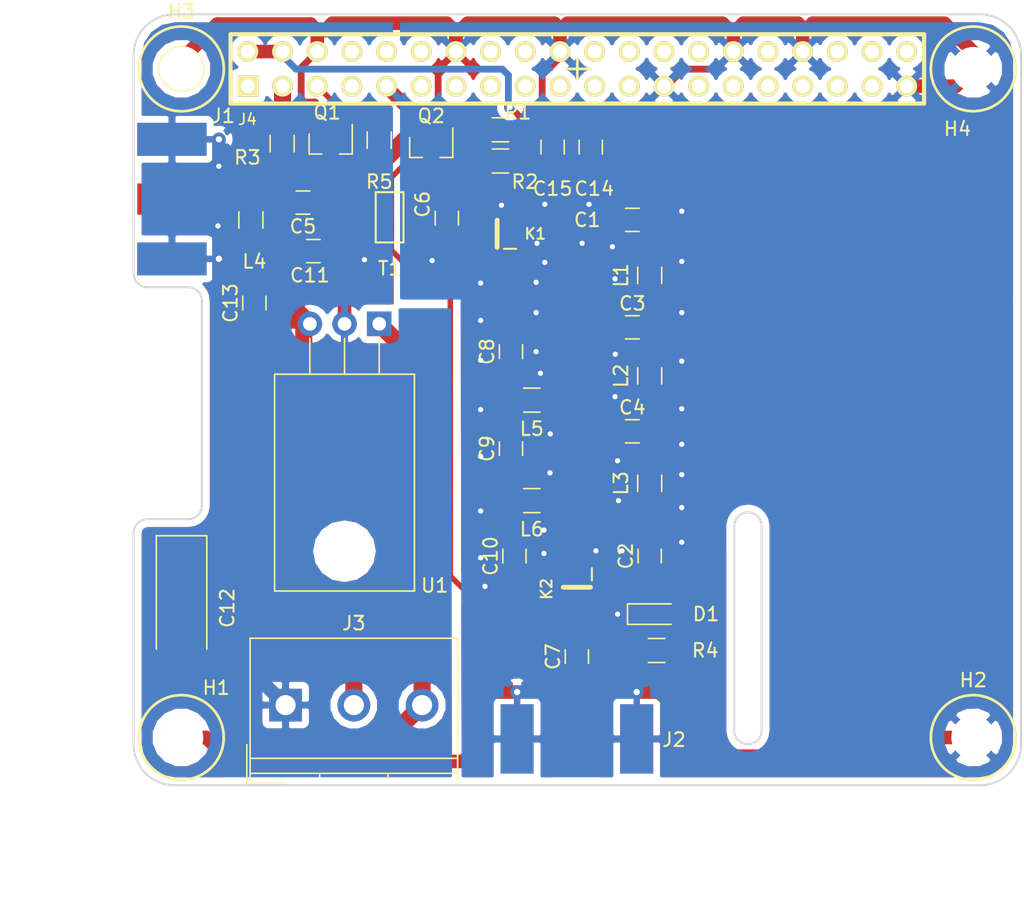
<source format=kicad_pcb>
(kicad_pcb (version 4) (host pcbnew 4.0.7-e2-6376~61~ubuntu18.04.1)
  (title_block (title "RaspberryPi Hat Board") (rev 1) (company disk91.com) (comment 1 "(c) Paul Pinault 2015") (comment 2 "(c) Disk91"))
  (layers (0 F.Cu signal) (31 B.Cu signal) (34 B.Paste user) (35 F.Paste user) (36 B.SilkS user) (37 F.SilkS user) (38 B.Mask user) (39 F.Mask user) (44 Edge.Cuts user))
  (net 0 "")
  (net 1 GND)
  (net 2 "Net-(C1-Pad1)")
  (net 3 "Net-(C1-Pad2)")
  (net 4 "Net-(C2-Pad1)")
  (net 5 "Net-(C2-Pad2)")
  (net 6 "Net-(C3-Pad2)")
  (net 7 "Net-(C4-Pad2)")
  (net 8 "Net-(C5-Pad1)")
  (net 9 "Net-(C5-Pad2)")
  (net 10 "Net-(C6-Pad1)")
  (net 11 "Net-(C6-Pad2)")
  (net 12 "Net-(C7-Pad1)")
  (net 13 "Net-(C7-Pad2)")
  (net 14 "Net-(C8-Pad1)")
  (net 15 "Net-(C8-Pad2)")
  (net 16 "Net-(C10-Pad2)")
  (net 17 "Net-(C10-Pad1)")
  (net 18 "Net-(C11-Pad1)")
  (net 19 GNDA)
  (net 20 "Net-(C12-Pad1)")
  (net 21 +5V)
  (net 22 "Net-(D1-Pad2)")
  (net 23 "Net-(K1-Pad4)")
  (net 24 "Net-(K1-Pad6)")
  (net 25 "Net-(Q1-Pad2)")
  (net 26 "Net-(Q2-Pad2)")
  (net 27 "Net-(J4-Pad3)")
  (net 28 "Net-(J4-Pad5)")
  (module Connectors_Molex:Molex_SMA_Jack_Edge_Mount (layer F.Cu) (at 33.528 34.544)
    (fp_text reference J1 (at 2.032 -6.096) (layer F.SilkS))
    (fp_text value Conn_Coaxial)
    (pad 1 smd rect (at -1.72 0) (size 5.08 2.29) (layers F.Cu F.Paste F.Mask) (net 9 "Net-(C5-Pad2)"))
    (pad 2 smd rect (at -1.72 -4.38) (size 5.08 2.42) (layers F.Cu F.Paste F.Mask) (net 19 GNDA))
    (pad 2 smd rect (at -1.72 4.38) (size 5.08 2.42) (layers F.Cu F.Paste F.Mask) (net 19 GNDA))
    (pad 2 smd rect (at -1.72 -4.38) (size 5.08 2.42) (layers B.Cu B.Paste B.Mask) (net 19 GNDA))
    (pad 2 smd rect (at -1.72 4.38) (size 5.08 2.42) (layers B.Cu B.Paste B.Mask) (net 19 GNDA))
    (pad 2 thru_hole circle (at 1.72 -4.38) (size 0.97 0.97) (drill 0.46) (layers *.Cu) (net 19 GNDA))
    (pad 2 thru_hole circle (at 1.72 4.38) (size 0.97 0.97) (drill 0.46) (layers *.Cu) (net 19 GNDA))
    (pad 2 smd rect (at 1.27 -4.38) (size 0.89 0.46) (layers F.Cu) (net 19 GNDA))
    (pad 2 smd rect (at 1.27 4.38) (size 0.89 0.46) (layers F.Cu) (net 19 GNDA))
    (pad 2 smd rect (at 1.27 -4.38) (size 0.89 0.46) (layers B.Cu) (net 19 GNDA))
    (pad 2 smd rect (at 1.27 4.38) (size 0.89 0.46) (layers B.Cu) (net 19 GNDA))
  )
  (module PIN_ARRAY_20X2 (layer F.Cu) (at 61.5 25)
    (fp_text reference J4 (at -24.162 3.702) (layer F.SilkS) (effects (font (size 0.8 0.8) (thickness 0.127))))
    (fp_text value Raspberry_Pi_2_3 hide)
    (pad 1 thru_hole rect (at -24.13 1.27) (size 1.524 1.524) (drill 1.016) (layers *.Cu *.Mask F.SilkS))
    (pad 2 thru_hole circle (at -24.13 -1.27) (size 1.524 1.524) (drill 1.016) (layers *.Cu *.Mask F.SilkS) (net 21 +5V))
    (pad 11 thru_hole circle (at -11.43 1.27) (size 1.524 1.524) (drill 1.016) (layers *.Cu *.Mask F.SilkS))
    (pad 4 thru_hole circle (at -21.59 -1.27) (size 1.524 1.524) (drill 1.016) (layers *.Cu *.Mask F.SilkS) (net 21 +5V))
    (pad 13 thru_hole circle (at -8.89 1.27) (size 1.524 1.524) (drill 1.016) (layers *.Cu *.Mask F.SilkS))
    (pad 6 thru_hole circle (at -19.05 -1.27) (size 1.524 1.524) (drill 1.016) (layers *.Cu *.Mask F.SilkS) (net 1 GND))
    (pad 15 thru_hole circle (at -6.35 1.27) (size 1.524 1.524) (drill 1.016) (layers *.Cu *.Mask F.SilkS))
    (pad 8 thru_hole circle (at -16.51 -1.27) (size 1.524 1.524) (drill 1.016) (layers *.Cu *.Mask F.SilkS))
    (pad 17 thru_hole circle (at -3.81 1.27) (size 1.524 1.524) (drill 1.016) (layers *.Cu *.Mask F.SilkS))
    (pad 10 thru_hole circle (at -13.97 -1.27) (size 1.524 1.524) (drill 1.016) (layers *.Cu *.Mask F.SilkS))
    (pad 19 thru_hole circle (at -1.27 1.27) (size 1.524 1.524) (drill 1.016) (layers *.Cu *.Mask F.SilkS))
    (pad 12 thru_hole circle (at -11.43 -1.27) (size 1.524 1.524) (drill 1.016) (layers *.Cu *.Mask F.SilkS))
    (pad 21 thru_hole circle (at 1.27 1.27) (size 1.524 1.524) (drill 1.016) (layers *.Cu *.Mask F.SilkS))
    (pad 14 thru_hole circle (at -8.89 -1.27) (size 1.524 1.524) (drill 1.016) (layers *.Cu *.Mask F.SilkS) (net 1 GND))
    (pad 23 thru_hole circle (at 3.81 1.27) (size 1.524 1.524) (drill 1.016) (layers *.Cu *.Mask F.SilkS))
    (pad 16 thru_hole circle (at -6.35 -1.27) (size 1.524 1.524) (drill 1.016) (layers *.Cu *.Mask F.SilkS))
    (pad 25 thru_hole circle (at 6.35 1.27) (size 1.524 1.524) (drill 1.016) (layers *.Cu *.Mask F.SilkS) (net 1 GND))
    (pad 18 thru_hole circle (at -3.81 -1.27) (size 1.524 1.524) (drill 1.016) (layers *.Cu *.Mask F.SilkS))
    (pad 27 thru_hole circle (at 8.89 1.27) (size 1.524 1.524) (drill 1.016) (layers *.Cu *.Mask F.SilkS))
    (pad 20 thru_hole circle (at -1.27 -1.27) (size 1.524 1.524) (drill 1.016) (layers *.Cu *.Mask F.SilkS) (net 1 GND))
    (pad 29 thru_hole circle (at 11.43 1.27) (size 1.524 1.524) (drill 1.016) (layers *.Cu *.Mask F.SilkS))
    (pad 22 thru_hole circle (at 1.27 -1.27) (size 1.524 1.524) (drill 1.016) (layers *.Cu *.Mask F.SilkS))
    (pad 31 thru_hole circle (at 13.97 1.27) (size 1.524 1.524) (drill 1.016) (layers *.Cu *.Mask F.SilkS))
    (pad 24 thru_hole circle (at 3.81 -1.27) (size 1.524 1.524) (drill 1.016) (layers *.Cu *.Mask F.SilkS))
    (pad 26 thru_hole circle (at 6.35 -1.27) (size 1.524 1.524) (drill 1.016) (layers *.Cu *.Mask F.SilkS))
    (pad 33 thru_hole circle (at 16.51 1.27) (size 1.524 1.524) (drill 1.016) (layers *.Cu *.Mask F.SilkS))
    (pad 28 thru_hole circle (at 8.89 -1.27) (size 1.524 1.524) (drill 1.016) (layers *.Cu *.Mask F.SilkS))
    (pad 32 thru_hole circle (at 13.97 -1.27) (size 1.524 1.524) (drill 1.016) (layers *.Cu *.Mask F.SilkS))
    (pad 34 thru_hole circle (at 16.51 -1.27) (size 1.524 1.524) (drill 1.016) (layers *.Cu *.Mask F.SilkS) (net 1 GND))
    (pad 36 thru_hole circle (at 19.05 -1.27) (size 1.524 1.524) (drill 1.016) (layers *.Cu *.Mask F.SilkS))
    (pad 38 thru_hole circle (at 21.59 -1.27) (size 1.524 1.524) (drill 1.016) (layers *.Cu *.Mask F.SilkS))
    (pad 35 thru_hole circle (at 19.05 1.27) (size 1.524 1.524) (drill 1.016) (layers *.Cu *.Mask F.SilkS))
    (pad 37 thru_hole circle (at 21.59 1.27) (size 1.524 1.524) (drill 1.016) (layers *.Cu *.Mask F.SilkS))
    (pad 3 thru_hole circle (at -21.59 1.27) (size 1.524 1.524) (drill 1.016) (layers *.Cu *.Mask F.SilkS) (net 27 "Net-(J4-Pad3)"))
    (pad 5 thru_hole circle (at -19.05 1.27) (size 1.524 1.524) (drill 1.016) (layers *.Cu *.Mask F.SilkS) (net 28 "Net-(J4-Pad5)"))
    (pad 7 thru_hole circle (at -16.51 1.27) (size 1.524 1.524) (drill 1.016) (layers *.Cu *.Mask F.SilkS))
    (pad 9 thru_hole circle (at -13.97 1.27) (size 1.524 1.524) (drill 1.016) (layers *.Cu *.Mask F.SilkS) (net 1 GND))
    (pad 39 thru_hole circle (at 24.13 1.27) (size 1.524 1.524) (drill 1.016) (layers *.Cu *.Mask F.SilkS) (net 1 GND))
    (pad 40 thru_hole circle (at 24.13 -1.27) (size 1.524 1.524) (drill 1.016) (layers *.Cu *.Mask F.SilkS))
    (pad 30 thru_hole circle (at 11.43 -1.27) (size 1.524 1.524) (drill 1.016) (layers *.Cu *.Mask F.SilkS) (net 1 GND))
  )
  (module Capacitors_SMD:C_0805_HandSoldering (layer F.Cu) (at 65.532 36.068 180)
    (fp_text reference C1 (at 3.302 0 180) (layer F.SilkS))
    (fp_text value 100nF)
    (pad 1 smd rect (at -1.25 0 180) (size 1.5 1.25) (layers F.Cu F.Paste F.Mask) (net 2 "Net-(C1-Pad1)"))
    (pad 2 smd rect (at 1.25 0 180) (size 1.5 1.25) (layers F.Cu F.Paste F.Mask) (net 3 "Net-(C1-Pad2)"))
  )
  (module Capacitors_SMD:C_0805_HandSoldering (layer F.Cu) (at 66.802 60.706 90)
    (fp_text reference C2 (at 0 -1.75 90) (layer F.SilkS))
    (fp_text value 100nF)
    (pad 1 smd rect (at -1.25 0 90) (size 1.5 1.25) (layers F.Cu F.Paste F.Mask) (net 4 "Net-(C2-Pad1)"))
    (pad 2 smd rect (at 1.25 0 90) (size 1.5 1.25) (layers F.Cu F.Paste F.Mask) (net 5 "Net-(C2-Pad2)"))
  )
  (module Capacitors_SMD:C_0805_HandSoldering (layer F.Cu) (at 65.532 43.942)
    (fp_text reference C3 (at 0 -1.75) (layer F.SilkS))
    (fp_text value 360pF)
    (pad 1 smd rect (at -1.25 0) (size 1.5 1.25) (layers F.Cu F.Paste F.Mask) (net 1 GND))
    (pad 2 smd rect (at 1.25 0) (size 1.5 1.25) (layers F.Cu F.Paste F.Mask) (net 6 "Net-(C3-Pad2)"))
  )
  (module Capacitors_SMD:C_0805_HandSoldering (layer F.Cu) (at 65.532 51.562)
    (fp_text reference C4 (at 0 -1.75) (layer F.SilkS))
    (fp_text value 360pF)
    (pad 1 smd rect (at -1.25 0) (size 1.5 1.25) (layers F.Cu F.Paste F.Mask) (net 1 GND))
    (pad 2 smd rect (at 1.25 0) (size 1.5 1.25) (layers F.Cu F.Paste F.Mask) (net 7 "Net-(C4-Pad2)"))
  )
  (module Capacitors_SMD:C_0805_HandSoldering (layer F.Cu) (at 41.402 34.798 180)
    (fp_text reference C5 (at 0 -1.75 180) (layer F.SilkS))
    (fp_text value 100nF)
    (pad 1 smd rect (at -1.25 0 180) (size 1.5 1.25) (layers F.Cu F.Paste F.Mask) (net 8 "Net-(C5-Pad1)"))
    (pad 2 smd rect (at 1.25 0 180) (size 1.5 1.25) (layers F.Cu F.Paste F.Mask) (net 9 "Net-(C5-Pad2)"))
  )
  (module Capacitors_SMD:C_0805_HandSoldering (layer F.Cu) (at 51.943 35.941 90)
    (fp_text reference C6 (at 1.016 -1.778 90) (layer F.SilkS))
    (fp_text value 100nF)
    (pad 1 smd rect (at -1.25 0 90) (size 1.5 1.25) (layers F.Cu F.Paste F.Mask) (net 10 "Net-(C6-Pad1)"))
    (pad 2 smd rect (at 1.25 0 90) (size 1.5 1.25) (layers F.Cu F.Paste F.Mask) (net 11 "Net-(C6-Pad2)"))
  )
  (module Capacitors_SMD:C_0805_HandSoldering (layer F.Cu) (at 61.468 68.072 90)
    (fp_text reference C7 (at 0 -1.75 90) (layer F.SilkS))
    (fp_text value 100nF)
    (pad 1 smd rect (at -1.25 0 90) (size 1.5 1.25) (layers F.Cu F.Paste F.Mask) (net 12 "Net-(C7-Pad1)"))
    (pad 2 smd rect (at 1.25 0 90) (size 1.5 1.25) (layers F.Cu F.Paste F.Mask) (net 13 "Net-(C7-Pad2)"))
  )
  (module Capacitors_SMD:C_0805_HandSoldering (layer F.Cu) (at 56.642 45.72 90)
    (fp_text reference C8 (at 0 -1.75 90) (layer F.SilkS))
    (fp_text value 390pF)
    (pad 1 smd rect (at -1.25 0 90) (size 1.5 1.25) (layers F.Cu F.Paste F.Mask) (net 14 "Net-(C8-Pad1)"))
    (pad 2 smd rect (at 1.25 0 90) (size 1.5 1.25) (layers F.Cu F.Paste F.Mask) (net 15 "Net-(C8-Pad2)"))
  )
  (module Capacitors_SMD:C_0805_HandSoldering (layer F.Cu) (at 56.642 52.832 90)
    (fp_text reference C9 (at 0 -1.75 90) (layer F.SilkS))
    (fp_text value 120pF)
    (pad 1 smd rect (at -1.25 0 90) (size 1.5 1.25) (layers F.Cu F.Paste F.Mask) (net 16 "Net-(C10-Pad2)"))
    (pad 2 smd rect (at 1.25 0 90) (size 1.5 1.25) (layers F.Cu F.Paste F.Mask) (net 14 "Net-(C8-Pad1)"))
  )
  (module Capacitors_SMD:C_0805_HandSoldering (layer F.Cu) (at 56.896 60.706 90)
    (fp_text reference C10 (at 0 -1.75 90) (layer F.SilkS))
    (fp_text value 390pF)
    (pad 1 smd rect (at -1.25 0 90) (size 1.5 1.25) (layers F.Cu F.Paste F.Mask) (net 17 "Net-(C10-Pad1)"))
    (pad 2 smd rect (at 1.25 0 90) (size 1.5 1.25) (layers F.Cu F.Paste F.Mask) (net 16 "Net-(C10-Pad2)"))
  )
  (module Capacitors_SMD:C_0805_HandSoldering (layer F.Cu) (at 42.164 38.354)
    (fp_text reference C11 (at -0.254 1.778) (layer F.SilkS))
    (fp_text value 100nF)
    (pad 1 smd rect (at -1.25 0) (size 1.5 1.25) (layers F.Cu F.Paste F.Mask) (net 18 "Net-(C11-Pad1)"))
    (pad 2 smd rect (at 1.25 0) (size 1.5 1.25) (layers F.Cu F.Paste F.Mask) (net 19 GNDA))
  )
  (module Capacitors_Tantalum_SMD:CP_Tantalum_Case-C_EIA-6032-28_Hand (layer F.Cu) (at 32.512 64.516 270)
    (fp_text reference C12 (at 0 -3.35 270) (layer F.SilkS))
    (fp_text value "47uF 16V")
    (pad 1 smd rect (at -3.125 0 270) (size 3.75 2.5) (layers F.Cu F.Paste F.Mask) (net 20 "Net-(C12-Pad1)"))
    (pad 2 smd rect (at 3.125 0 270) (size 3.75 2.5) (layers F.Cu F.Paste F.Mask) (net 19 GNDA))
  )
  (module Capacitors_SMD:C_0805_HandSoldering (layer F.Cu) (at 37.846 42.164 90)
    (fp_text reference C13 (at 0 -1.75 90) (layer F.SilkS))
    (fp_text value "4.7uF 16V")
    (pad 1 smd rect (at -1.25 0 90) (size 1.5 1.25) (layers F.Cu F.Paste F.Mask) (net 18 "Net-(C11-Pad1)"))
    (pad 2 smd rect (at 1.25 0 90) (size 1.5 1.25) (layers F.Cu F.Paste F.Mask) (net 19 GNDA))
  )
  (module Capacitors_SMD:C_0805_HandSoldering (layer F.Cu) (at 62.484 30.734 90)
    (fp_text reference C14 (at -3.048 0.254 180) (layer F.SilkS))
    (fp_text value 100nF)
    (pad 1 smd rect (at -1.25 0 90) (size 1.5 1.25) (layers F.Cu F.Paste F.Mask) (net 21 +5V))
    (pad 2 smd rect (at 1.25 0 90) (size 1.5 1.25) (layers F.Cu F.Paste F.Mask) (net 1 GND))
  )
  (module Capacitors_SMD:C_0805_HandSoldering (layer F.Cu) (at 59.69 30.734 90)
    (fp_text reference C15 (at -3.048 0 180) (layer F.SilkS))
    (fp_text value "4.7uF 16V")
    (pad 1 smd rect (at -1.25 0 90) (size 1.5 1.25) (layers F.Cu F.Paste F.Mask) (net 21 +5V))
    (pad 2 smd rect (at 1.25 0 90) (size 1.5 1.25) (layers F.Cu F.Paste F.Mask) (net 1 GND))
  )
  (module LEDs:LED_0805_HandSoldering (layer F.Cu) (at 67.3735 64.9605)
    (fp_text reference D1 (at 3.556 0) (layer F.SilkS))
    (fp_text value LED)
    (pad 1 smd rect (at -1.35 0) (size 1.5 1.3) (layers F.Cu F.Paste F.Mask) (net 1 GND))
    (pad 2 smd rect (at 1.35 0) (size 1.5 1.3) (layers F.Cu F.Paste F.Mask) (net 22 "Net-(D1-Pad2)"))
  )
  (module Connectors_Molex:Molex_SMA_Jack_Edge_Mount (layer F.Cu) (at 61.468 72.39 90)
    (fp_text reference J2 (at -1.778 7.112 180) (layer F.SilkS))
    (fp_text value Conn_Coaxial)
    (pad 1 smd rect (at -1.72 0 90) (size 5.08 2.29) (layers F.Cu F.Paste F.Mask) (net 12 "Net-(C7-Pad1)"))
    (pad 2 smd rect (at -1.72 -4.38 90) (size 5.08 2.42) (layers F.Cu F.Paste F.Mask) (net 1 GND))
    (pad 2 smd rect (at -1.72 4.38 90) (size 5.08 2.42) (layers F.Cu F.Paste F.Mask) (net 1 GND))
    (pad 2 smd rect (at -1.72 -4.38 90) (size 5.08 2.42) (layers B.Cu B.Paste B.Mask) (net 1 GND))
    (pad 2 smd rect (at -1.72 4.38 90) (size 5.08 2.42) (layers B.Cu B.Paste B.Mask) (net 1 GND))
    (pad 2 thru_hole circle (at 1.72 -4.38 90) (size 0.97 0.97) (drill 0.46) (layers *.Cu) (net 1 GND))
    (pad 2 thru_hole circle (at 1.72 4.38 90) (size 0.97 0.97) (drill 0.46) (layers *.Cu) (net 1 GND))
    (pad 2 smd rect (at 1.27 -4.38 90) (size 0.89 0.46) (layers F.Cu) (net 1 GND))
    (pad 2 smd rect (at 1.27 4.38 90) (size 0.89 0.46) (layers F.Cu) (net 1 GND))
    (pad 2 smd rect (at 1.27 -4.38 90) (size 0.89 0.46) (layers B.Cu) (net 1 GND))
    (pad 2 smd rect (at 1.27 4.38 90) (size 0.89 0.46) (layers B.Cu) (net 1 GND))
  )
  (module Connectors_Terminal_Blocks:TerminalBlock_Philmore_TB133_03x5mm_Straight (layer F.Cu) (at 40.132 71.628)
    (fp_text reference J3 (at 5 -6) (layer F.SilkS))
    (fp_text value Conn_01x03)
    (pad 1 thru_hole rect (at 0 0) (size 2.4 2.4) (drill 1.47) (layers *.Cu *.Mask) (net 19 GNDA))
    (pad 2 thru_hole circle (at 5 0) (size 2.4 2.4) (drill 1.47) (layers *.Cu *.Mask) (net 18 "Net-(C11-Pad1)"))
    (pad 3 thru_hole circle (at 10 0) (size 2.4 2.4) (drill 1.47) (layers *.Cu *.Mask) (net 20 "Net-(C12-Pad1)"))
  )
  (module rf_noise_antenna:SC-70-6 (layer F.Cu) (at 55.626 37.084 180)
    (fp_text reference K1 (at -2.794 0 180) (layer F.SilkS) (effects (font (size 0.8 0.8))))
    (fp_text value MASWSS0115)
    (pad 5 smd rect (at 0.95 0) (size 0.75 0.4) (layers F.Cu F.Paste F.Mask) (net 10 "Net-(C6-Pad1)"))
    (pad 1 smd rect (at -0.95 -0.65) (size 0.75 0.4) (layers F.Cu F.Paste F.Mask) (net 15 "Net-(C8-Pad2)"))
    (pad 3 smd rect (at -0.95 0.65) (size 0.75 0.4) (layers F.Cu F.Paste F.Mask) (net 3 "Net-(C1-Pad2)"))
    (pad 2 smd rect (at -0.95 0) (size 0.75 0.4) (layers F.Cu F.Paste F.Mask) (net 1 GND))
    (pad 4 smd rect (at 0.95 0.65) (size 0.75 0.4) (layers F.Cu F.Paste F.Mask) (net 23 "Net-(K1-Pad4)"))
    (pad 6 smd rect (at 0.95 -0.65) (size 0.75 0.4) (layers F.Cu F.Paste F.Mask) (net 24 "Net-(K1-Pad6)"))
  )
  (module rf_noise_antenna:SC-70-6 (layer F.Cu) (at 61.468 62.992 270)
    (fp_text reference K2 (at 0.127 2.2225 270) (layer F.SilkS) (effects (font (size 0.8 0.8))))
    (fp_text value MASWSS0115)
    (pad 5 smd rect (at 0.95 0 90) (size 0.75 0.4) (layers F.Cu F.Paste F.Mask) (net 13 "Net-(C7-Pad2)"))
    (pad 1 smd rect (at -0.95 -0.65 90) (size 0.75 0.4) (layers F.Cu F.Paste F.Mask) (net 4 "Net-(C2-Pad1)"))
    (pad 3 smd rect (at -0.95 0.65 90) (size 0.75 0.4) (layers F.Cu F.Paste F.Mask) (net 17 "Net-(C10-Pad1)"))
    (pad 2 smd rect (at -0.95 0 90) (size 0.75 0.4) (layers F.Cu F.Paste F.Mask) (net 1 GND))
    (pad 4 smd rect (at 0.95 0.65 90) (size 0.75 0.4) (layers F.Cu F.Paste F.Mask) (net 24 "Net-(K1-Pad6)"))
    (pad 6 smd rect (at 0.95 -0.65 90) (size 0.75 0.4) (layers F.Cu F.Paste F.Mask) (net 23 "Net-(K1-Pad4)"))
  )
  (module Inductors_SMD:L_0805_HandSoldering (layer F.Cu) (at 66.802 40.132 90)
    (fp_text reference L1 (at 0 -2.1 90) (layer F.SilkS))
    (fp_text value 330nH)
    (pad 1 smd rect (at -1.35 0 90) (size 1.5 1.3) (layers F.Cu F.Paste F.Mask) (net 6 "Net-(C3-Pad2)"))
    (pad 2 smd rect (at 1.35 0 90) (size 1.5 1.3) (layers F.Cu F.Paste F.Mask) (net 2 "Net-(C1-Pad1)"))
  )
  (module Inductors_SMD:L_0805_HandSoldering (layer F.Cu) (at 66.802 47.498 90)
    (fp_text reference L2 (at 0 -2.1 90) (layer F.SilkS))
    (fp_text value 1.1uH)
    (pad 1 smd rect (at -1.35 0 90) (size 1.5 1.3) (layers F.Cu F.Paste F.Mask) (net 7 "Net-(C4-Pad2)"))
    (pad 2 smd rect (at 1.35 0 90) (size 1.5 1.3) (layers F.Cu F.Paste F.Mask) (net 6 "Net-(C3-Pad2)"))
  )
  (module Inductors_SMD:L_0805_HandSoldering (layer F.Cu) (at 66.802 55.372 90)
    (fp_text reference L3 (at 0 -2.1 90) (layer F.SilkS))
    (fp_text value 330nH)
    (pad 1 smd rect (at -1.35 0 90) (size 1.5 1.3) (layers F.Cu F.Paste F.Mask) (net 5 "Net-(C2-Pad2)"))
    (pad 2 smd rect (at 1.35 0 90) (size 1.5 1.3) (layers F.Cu F.Paste F.Mask) (net 7 "Net-(C4-Pad2)"))
  )
  (module Inductors_SMD:L_0805_HandSoldering (layer F.Cu) (at 37.592 36.068 270)
    (fp_text reference L4 (at 3.048 -0.254 360) (layer F.SilkS))
    (fp_text value 1mH)
    (pad 1 smd rect (at -1.35 0 270) (size 1.5 1.3) (layers F.Cu F.Paste F.Mask) (net 9 "Net-(C5-Pad2)"))
    (pad 2 smd rect (at 1.35 0 270) (size 1.5 1.3) (layers F.Cu F.Paste F.Mask) (net 18 "Net-(C11-Pad1)"))
  )
  (module Inductors_SMD:L_0805_HandSoldering (layer F.Cu) (at 58.166 49.276 180)
    (fp_text reference L5 (at 0 -2.1 180) (layer F.SilkS))
    (fp_text value 360nH)
    (pad 1 smd rect (at -1.35 0 180) (size 1.5 1.3) (layers F.Cu F.Paste F.Mask) (net 1 GND))
    (pad 2 smd rect (at 1.35 0 180) (size 1.5 1.3) (layers F.Cu F.Paste F.Mask) (net 14 "Net-(C8-Pad1)"))
  )
  (module Inductors_SMD:L_0805_HandSoldering (layer F.Cu) (at 58.166 56.642 180)
    (fp_text reference L6 (at 0 -2.1 180) (layer F.SilkS))
    (fp_text value 360nH)
    (pad 1 smd rect (at -1.35 0 180) (size 1.5 1.3) (layers F.Cu F.Paste F.Mask) (net 1 GND))
    (pad 2 smd rect (at 1.35 0 180) (size 1.5 1.3) (layers F.Cu F.Paste F.Mask) (net 16 "Net-(C10-Pad2)"))
  )
  (module Resistors_SMD:R_0805_HandSoldering (layer F.Cu) (at 55.88 29.464)
    (fp_text reference R1 (at 1.27 -1.27) (layer F.SilkS))
    (fp_text value 250)
    (pad 1 smd rect (at -1.35 0) (size 1.5 1.3) (layers F.Cu F.Paste F.Mask) (net 24 "Net-(K1-Pad6)"))
    (pad 2 smd rect (at 1.35 0) (size 1.5 1.3) (layers F.Cu F.Paste F.Mask) (net 21 +5V))
  )
  (module Resistors_SMD:R_0805_HandSoldering (layer F.Cu) (at 55.88 31.75)
    (fp_text reference R2 (at 1.778 1.524) (layer F.SilkS))
    (fp_text value 250)
    (pad 1 smd rect (at -1.35 0) (size 1.5 1.3) (layers F.Cu F.Paste F.Mask) (net 23 "Net-(K1-Pad4)"))
    (pad 2 smd rect (at 1.35 0) (size 1.5 1.3) (layers F.Cu F.Paste F.Mask) (net 21 +5V))
  )
  (module Resistors_SMD:R_0805_HandSoldering (layer F.Cu) (at 39.878 30.48 270)
    (fp_text reference R3 (at 1.016 2.54 360) (layer F.SilkS))
    (fp_text value 1k2)
    (pad 1 smd rect (at -1.35 0 270) (size 1.5 1.3) (layers F.Cu F.Paste F.Mask) (net 27 "Net-(J4-Pad3)"))
    (pad 2 smd rect (at 1.35 0 270) (size 1.5 1.3) (layers F.Cu F.Paste F.Mask) (net 25 "Net-(Q1-Pad2)"))
  )
  (module Resistors_SMD:R_0805_HandSoldering (layer F.Cu) (at 67.31 67.6275 180)
    (fp_text reference R4 (at -3.556 0 180) (layer F.SilkS))
    (fp_text value 250)
    (pad 1 smd rect (at -1.35 0 180) (size 1.5 1.3) (layers F.Cu F.Paste F.Mask) (net 22 "Net-(D1-Pad2)"))
    (pad 2 smd rect (at 1.35 0 180) (size 1.5 1.3) (layers F.Cu F.Paste F.Mask) (net 23 "Net-(K1-Pad4)"))
  )
  (module Resistors_SMD:R_0805_HandSoldering (layer F.Cu) (at 46.99 30.226 90)
    (fp_text reference R5 (at -3.048 0 180) (layer F.SilkS))
    (fp_text value 1k2)
    (pad 1 smd rect (at -1.35 0 90) (size 1.5 1.3) (layers F.Cu F.Paste F.Mask) (net 26 "Net-(Q2-Pad2)"))
    (pad 2 smd rect (at 1.35 0 90) (size 1.5 1.3) (layers F.Cu F.Paste F.Mask) (net 28 "Net-(J4-Pad5)"))
  )
  (module rf_noise_antenna:SM22 (layer F.Cu) (at 47.752 35.814)
    (fp_text reference T1 (at 0 3.81) (layer F.SilkS))
    (fp_text value MABA-009180-500MHz_1P_1S)
    (pad 1 smd rect (at -1.778 -1.27) (size 1.4 0.76) (layers F.Cu F.Paste F.Mask) (net 8 "Net-(C5-Pad1)"))
    (pad 2 smd rect (at -1.778 0) (size 1.4 0.76) (layers F.Cu F.Paste F.Mask))
    (pad 3 smd rect (at -1.778 1.27) (size 1.4 0.76) (layers F.Cu F.Paste F.Mask) (net 19 GNDA))
    (pad 4 smd rect (at 1.778 1.27) (size 1.4 0.76) (layers F.Cu F.Paste F.Mask) (net 1 GND))
    (pad 5 smd rect (at 1.778 -1.27) (size 1.4 0.76) (layers F.Cu F.Paste F.Mask) (net 11 "Net-(C6-Pad2)"))
  )
  (module Mounting_Holes:MountingHole_3.2mm_M3 (layer F.Cu) (at 32.5 74)
    (fp_text reference H1 (at 2.552 -3.642) (layer F.SilkS))
    (fp_text value Conn_01x01)
    (pad 1 np_thru_hole circle (at 0 0) (size 3.2 3.2) (drill 3.2) (layers *.Cu *.Mask) (net 1 GND))
  )
  (module Mounting_Holes:MountingHole_3.2mm_M3 (layer F.Cu) (at 90.5 74)
    (fp_text reference H2 (at 0 -4.2) (layer F.SilkS))
    (fp_text value Conn_01x01)
    (pad 1 np_thru_hole circle (at 0 0) (size 3.2 3.2) (drill 3.2) (layers *.Cu *.Mask) (net 1 GND))
  )
  (module Mounting_Holes:MountingHole_3.2mm_M3 (layer F.Cu) (at 32.5 25)
    (fp_text reference H3 (at 0 -4.2) (layer F.SilkS))
    (fp_text value Conn_01x01)
    (pad 1 np_thru_hole circle (at 0 0) (size 3.2 3.2) (drill 3.2) (layers *.Cu *.Mask) (net 1 GND))
  )
  (module Mounting_Holes:MountingHole_3.2mm_M3 (layer F.Cu) (at 90.5 25)
    (fp_text reference H4 (at -1.1555 4.4005) (layer F.SilkS))
    (fp_text value Conn_01x01)
    (pad 1 np_thru_hole circle (at 0 0) (size 3.2 3.2) (drill 3.2) (layers *.Cu *.Mask) (net 1 GND))
  )
  (module TO_SOT_Packages_SMD:SOT-23 (layer F.Cu) (at 43.434 30.48 270)
    (fp_text reference Q1 (at -2.286 0.254 360) (layer F.SilkS))
    (fp_text value BC817)
    (pad 1 smd rect (at -1 -0.95 270) (size 0.9 0.8) (layers F.Cu F.Paste F.Mask) (net 1 GND))
    (pad 2 smd rect (at -1 0.95 270) (size 0.9 0.8) (layers F.Cu F.Paste F.Mask) (net 25 "Net-(Q1-Pad2)"))
    (pad 3 smd rect (at 1 0 270) (size 0.9 0.8) (layers F.Cu F.Paste F.Mask) (net 24 "Net-(K1-Pad6)"))
  )
  (module TO_SOT_Packages_SMD:SOT-23 (layer F.Cu) (at 50.8 30.734 270)
    (fp_text reference Q2 (at -2.286 0 360) (layer F.SilkS))
    (fp_text value BC817)
    (pad 1 smd rect (at -1 -0.95 270) (size 0.9 0.8) (layers F.Cu F.Paste F.Mask) (net 1 GND))
    (pad 2 smd rect (at -1 0.95 270) (size 0.9 0.8) (layers F.Cu F.Paste F.Mask) (net 26 "Net-(Q2-Pad2)"))
    (pad 3 smd rect (at 1 0 270) (size 0.9 0.8) (layers F.Cu F.Paste F.Mask) (net 23 "Net-(K1-Pad4)"))
  )
  (module TO_SOT_Packages_THT:TO-220_Horizontal (layer F.Cu) (at 46.99 43.688 180)
    (fp_text reference U1 (at -4.064 -19.177 180) (layer F.SilkS))
    (fp_text value L7809)
    (pad 0 np_thru_hole oval (at 2.54 -16.66 180) (size 3.5 3.5) (drill 3.5) (layers *.Cu *.Mask))
    (pad 1 thru_hole rect (at 0 0 180) (size 1.8 1.8) (drill 1) (layers *.Cu *.Mask) (net 20 "Net-(C12-Pad1)"))
    (pad 2 thru_hole oval (at 2.54 0 180) (size 1.8 1.8) (drill 1) (layers *.Cu *.Mask) (net 19 GNDA))
    (pad 3 thru_hole oval (at 5.08 0 180) (size 1.8 1.8) (drill 1) (layers *.Cu *.Mask) (net 18 "Net-(C11-Pad1)"))
  )
  (gr_line (start 34.5 77.5) (end 46.9 77.5) (angle 90) (layer Edge.Cuts) (width 0.15))
  (gr_line (start 34 77.5) (end 34.5 77.5) (angle 90) (layer Edge.Cuts) (width 0.15))
  (gr_line (start 47.008 77.5) (end 91.508 77.5) (angle 90) (layer Edge.Cuts) (width 0.15))
  (gr_line (start 32 77.5) (end 34 77.5) (angle 90) (layer Edge.Cuts) (width 0.15))
  (gr_circle (center 32.5 74) (end 35.6 73.9) (layer F.SilkS) (width 0.2))
  (gr_circle (center 32.5 74) (end 34 74) (layer F.SilkS) (width 0.2))
  (gr_circle (center 90.5 74) (end 93.6 74.1) (layer F.SilkS) (width 0.2))
  (gr_circle (center 90.5 74) (end 92 74) (layer F.SilkS) (width 0.2))
  (gr_circle (center 32.5 25) (end 35.6 24.8) (layer F.SilkS) (width 0.2))
  (gr_circle (center 90.5 25) (end 93.6 25.1) (layer F.SilkS) (width 0.2))
  (gr_circle (center 90.5 25) (end 92 25) (layer F.SilkS) (width 0.2))
  (gr_circle (center 32.5 25) (end 34 25.5) (layer F.SilkS) (width 0.2))
  (gr_line (start 61.5 25) (end 61.5 24.25) (angle 90) (layer F.SilkS) (width 0.2))
  (gr_line (start 61.5 25) (end 62.5 25) (angle 90) (layer F.SilkS) (width 0.2))
  (gr_line (start 61.5 25) (end 60.75 25) (angle 90) (layer F.SilkS) (width 0.2))
  (gr_line (start 61.5 24.75) (end 61.5 25.75) (angle 90) (layer F.SilkS) (width 0.2))
  (gr_arc (start 74 58.5) (end 74 57.5) (angle 90) (layer Edge.Cuts) (width 0.15))
  (gr_arc (start 74 58.5) (end 73 58.5) (angle 90) (layer Edge.Cuts) (width 0.15))
  (gr_line (start 75 73.5) (end 75 58.5) (angle 90) (layer Edge.Cuts) (width 0.15))
  (gr_arc (start 74 73.5) (end 75 73.5) (angle 90) (layer Edge.Cuts) (width 0.15))
  (gr_arc (start 74 73.5) (end 74 74.5) (angle 90) (layer Edge.Cuts) (width 0.15))
  (gr_line (start 73 73.5) (end 73 58.5) (angle 90) (layer Edge.Cuts) (width 0.15))
  (gr_line (start 29 40) (end 29 24) (angle 90) (layer Edge.Cuts) (width 0.15))
  (gr_arc (start 30 40) (end 30 41) (angle 90) (layer Edge.Cuts) (width 0.15))
  (gr_line (start 33 41) (end 30 41) (angle 90) (layer Edge.Cuts) (width 0.15))
  (gr_arc (start 33 42) (end 33 41) (angle 90) (layer Edge.Cuts) (width 0.15))
  (gr_line (start 34 57) (end 34 42) (angle 90) (layer Edge.Cuts) (width 0.15))
  (gr_arc (start 33 57) (end 34 57) (angle 90) (layer Edge.Cuts) (width 0.15))
  (gr_line (start 30 58) (end 33 58) (angle 90) (layer Edge.Cuts) (width 0.15))
  (gr_arc (start 30 59) (end 29 59) (angle 90) (layer Edge.Cuts) (width 0.15))
  (gr_line (start 29 74.5) (end 29 59) (angle 90) (layer Edge.Cuts) (width 0.15))
  (gr_arc (start 32 74.5) (end 32 77.5) (angle 90) (layer Edge.Cuts) (width 0.15))
  (gr_arc (start 91 74.5) (end 94 74.5) (angle 90) (layer Edge.Cuts) (width 0.15))
  (gr_line (start 94 24) (end 94 74.5) (angle 90) (layer Edge.Cuts) (width 0.15))
  (gr_arc (start 91 24) (end 91 21) (angle 90) (layer Edge.Cuts) (width 0.15))
  (gr_line (start 90 21) (end 91 21) (angle 90) (layer Edge.Cuts) (width 0.15))
  (gr_arc (start 32 24) (end 29 24) (angle 90) (layer Edge.Cuts) (width 0.15))
  (gr_line (start 32 21) (end 90 21) (angle 90) (layer Edge.Cuts) (width 0.15))
  (segment (start 58.166 37.084) (end 58.166 37.4015) (width 0.4) (layer F.Cu) (net 1))
  (via (at 64.262 40.386) (size 0.889) (drill 0.381) (layers F.Cu B.Cu) (net 1))
  (segment (start 64.262 38.227) (end 64.262 40.386) (width 0.4) (layer B.Cu) (net 1))
  (segment (start 64.0715 38.0365) (end 64.262 38.227) (width 0.4) (layer B.Cu) (net 1))
  (via (at 64.0715 38.0365) (size 0.889) (drill 0.381) (layers F.Cu B.Cu) (net 1))
  (segment (start 62.103 38.0365) (end 64.0715 38.0365) (width 0.4) (layer F.Cu) (net 1))
  (segment (start 61.849 37.7825) (end 62.103 38.0365) (width 0.4) (layer F.Cu) (net 1))
  (via (at 61.849 37.7825) (size 0.889) (drill 0.381) (layers F.Cu B.Cu) (net 1))
  (segment (start 58.547 37.7825) (end 61.849 37.7825) (width 0.4) (layer B.Cu) (net 1))
  (via (at 58.547 37.7825) (size 0.889) (drill 0.381) (layers F.Cu B.Cu) (net 1))
  (segment (start 58.166 37.4015) (end 58.547 37.7825) (width 0.4) (layer F.Cu) (net 1))
  (segment (start 64.262 40.386) (end 64.282 40.386) (width 0.4) (layer F.Cu) (net 1))
  (segment (start 64.282 40.386) (end 64.262 40.386) (width 0.4) (layer F.Cu) (net 1))
  (segment (start 64.262 40.386) (end 64.282 40.386) (width 0.4) (layer F.Cu) (net 1))
  (via (at 64.282 45.9105) (size 0.889) (drill 0.381) (layers F.Cu B.Cu) (net 1))
  (via (at 64.262 49.022) (size 0.889) (drill 0.381) (layers F.Cu B.Cu) (net 1))
  (segment (start 64.262 49.022) (end 64.262 45.9305) (width 0.4) (layer B.Cu) (net 1))
  (segment (start 64.262 45.9305) (end 64.282 45.9105) (width 0.4) (layer B.Cu) (net 1))
  (segment (start 64.262 49.022) (end 64.262 49.276) (width 0.4) (layer F.Cu) (net 1))
  (segment (start 64.262 49.276) (end 64.262 49.022) (width 0.4) (layer F.Cu) (net 1))
  (segment (start 64.262 49.022) (end 64.262 49.276) (width 0.4) (layer F.Cu) (net 1))
  (segment (start 64.516 56.642) (end 64.516 53.7845) (width 0.4) (layer B.Cu) (net 1))
  (via (at 64.4525 53.721) (size 0.889) (drill 0.381) (layers F.Cu B.Cu) (net 1))
  (segment (start 64.516 53.7845) (end 64.4525 53.721) (width 0.4) (layer B.Cu) (net 1))
  (segment (start 59.1185 39.1795) (end 59.1185 40.005) (width 0.4) (layer F.Cu) (net 1))
  (segment (start 64.516 60.071) (end 64.516 56.642) (width 0.4) (layer F.Cu) (net 1))
  (segment (start 64.77 60.325) (end 64.516 60.071) (width 0.4) (layer F.Cu) (net 1))
  (via (at 64.77 60.325) (size 0.889) (drill 0.381) (layers F.Cu B.Cu) (net 1))
  (segment (start 62.865 60.325) (end 64.77 60.325) (width 0.4) (layer B.Cu) (net 1))
  (via (at 62.865 60.325) (size 0.889) (drill 0.381) (layers F.Cu B.Cu) (net 1))
  (segment (start 59.2455 60.325) (end 62.865 60.325) (width 0.4) (layer F.Cu) (net 1))
  (segment (start 59.055 60.5155) (end 59.2455 60.325) (width 0.4) (layer F.Cu) (net 1))
  (via (at 59.055 60.5155) (size 0.889) (drill 0.381) (layers F.Cu B.Cu) (net 1))
  (segment (start 59.055 58.801) (end 59.055 60.5155) (width 0.4) (layer B.Cu) (net 1))
  (via (at 59.055 58.801) (size 0.889) (drill 0.381) (layers F.Cu B.Cu) (net 1))
  (segment (start 60.96 58.801) (end 59.055 58.801) (width 0.4) (layer F.Cu) (net 1))
  (segment (start 62.103 57.658) (end 60.96 58.801) (width 0.4) (layer F.Cu) (net 1))
  (segment (start 62.103 55.5625) (end 62.103 57.658) (width 0.4) (layer F.Cu) (net 1))
  (segment (start 61.2775 54.737) (end 62.103 55.5625) (width 0.4) (layer F.Cu) (net 1))
  (segment (start 59.6265 54.737) (end 61.2775 54.737) (width 0.4) (layer F.Cu) (net 1))
  (segment (start 59.4995 54.61) (end 59.6265 54.737) (width 0.4) (layer F.Cu) (net 1))
  (via (at 59.4995 54.61) (size 0.889) (drill 0.381) (layers F.Cu B.Cu) (net 1))
  (segment (start 59.4995 51.769) (end 59.4995 54.61) (width 0.4) (layer B.Cu) (net 1))
  (segment (start 59.516 51.7525) (end 59.4995 51.769) (width 0.4) (layer B.Cu) (net 1))
  (via (at 59.516 51.7525) (size 0.889) (drill 0.381) (layers F.Cu B.Cu) (net 1))
  (segment (start 60.8965 51.7525) (end 59.516 51.7525) (width 0.4) (layer F.Cu) (net 1))
  (segment (start 61.722 50.927) (end 60.8965 51.7525) (width 0.4) (layer F.Cu) (net 1))
  (segment (start 61.722 47.6885) (end 61.722 50.927) (width 0.4) (layer F.Cu) (net 1))
  (segment (start 61.341 47.3075) (end 61.722 47.6885) (width 0.4) (layer F.Cu) (net 1))
  (segment (start 58.801 47.3075) (end 61.341 47.3075) (width 0.4) (layer F.Cu) (net 1))
  (via (at 58.801 47.3075) (size 0.889) (drill 0.381) (layers F.Cu B.Cu) (net 1))
  (segment (start 58.801 46.0375) (end 58.801 47.3075) (width 0.4) (layer B.Cu) (net 1))
  (segment (start 58.4835 45.72) (end 58.801 46.0375) (width 0.4) (layer B.Cu) (net 1))
  (via (at 58.4835 45.72) (size 0.889) (drill 0.381) (layers F.Cu B.Cu) (net 1))
  (segment (start 58.4835 42.8625) (end 58.4835 45.72) (width 0.4) (layer F.Cu) (net 1))
  (via (at 58.4835 42.8625) (size 0.889) (drill 0.381) (layers F.Cu B.Cu) (net 1))
  (segment (start 58.4835 40.64) (end 58.4835 42.8625) (width 0.4) (layer B.Cu) (net 1))
  (via (at 58.4835 40.64) (size 0.889) (drill 0.381) (layers F.Cu B.Cu) (net 1))
  (segment (start 59.1185 40.005) (end 58.4835 40.64) (width 0.4) (layer F.Cu) (net 1))
  (segment (start 69.1515 39.116) (end 69.1515 42.8625) (width 0.4) (layer F.Cu) (net 1))
  (via (at 69.1515 59.69) (size 0.889) (drill 0.381) (layers F.Cu B.Cu) (net 1))
  (segment (start 69.1515 57.15) (end 69.1515 59.69) (width 0.4) (layer F.Cu) (net 1))
  (via (at 69.1515 57.15) (size 0.889) (drill 0.381) (layers F.Cu B.Cu) (net 1))
  (segment (start 69.1515 54.737) (end 69.1515 57.15) (width 0.4) (layer B.Cu) (net 1))
  (via (at 69.1515 54.737) (size 0.889) (drill 0.381) (layers F.Cu B.Cu) (net 1))
  (segment (start 69.1515 52.5145) (end 69.1515 54.737) (width 0.4) (layer F.Cu) (net 1))
  (via (at 69.1515 52.5145) (size 0.889) (drill 0.381) (layers F.Cu B.Cu) (net 1))
  (segment (start 69.1515 49.911) (end 69.1515 52.5145) (width 0.4) (layer B.Cu) (net 1))
  (via (at 69.1515 49.911) (size 0.889) (drill 0.381) (layers F.Cu B.Cu) (net 1))
  (segment (start 69.1515 46.4185) (end 69.1515 49.911) (width 0.4) (layer F.Cu) (net 1))
  (via (at 69.1515 46.4185) (size 0.889) (drill 0.381) (layers F.Cu B.Cu) (net 1))
  (segment (start 69.1515 42.8625) (end 69.1515 46.4185) (width 0.4) (layer B.Cu) (net 1))
  (via (at 69.1515 42.8625) (size 0.889) (drill 0.381) (layers F.Cu B.Cu) (net 1))
  (segment (start 59.1185 39.1795) (end 69.088 39.1795) (width 0.4) (layer B.Cu) (net 1))
  (via (at 55.9435 34.9885) (size 0.889) (drill 0.381) (layers F.Cu B.Cu) (net 1))
  (segment (start 59.055 34.9885) (end 55.9435 34.9885) (width 0.4) (layer B.Cu) (net 1))
  (segment (start 59.1185 34.925) (end 59.055 34.9885) (width 0.4) (layer B.Cu) (net 1))
  (via (at 59.1185 34.925) (size 0.889) (drill 0.381) (layers F.Cu B.Cu) (net 1))
  (segment (start 62.357 34.925) (end 59.1185 34.925) (width 0.4) (layer F.Cu) (net 1))
  (via (at 62.357 34.925) (size 0.889) (drill 0.381) (layers F.Cu B.Cu) (net 1))
  (segment (start 62.611 34.671) (end 62.357 34.925) (width 0.4) (layer B.Cu) (net 1))
  (segment (start 68.3895 34.671) (end 62.611 34.671) (width 0.4) (layer B.Cu) (net 1))
  (segment (start 69.1515 35.433) (end 68.3895 34.671) (width 0.4) (layer B.Cu) (net 1))
  (via (at 69.1515 35.433) (size 0.889) (drill 0.381) (layers F.Cu B.Cu) (net 1))
  (segment (start 69.1515 39.116) (end 69.1515 35.433) (width 0.4) (layer F.Cu) (net 1))
  (via (at 69.1515 39.116) (size 0.889) (drill 0.381) (layers F.Cu B.Cu) (net 1))
  (segment (start 69.088 39.1795) (end 69.1515 39.116) (width 0.4) (layer B.Cu) (net 1))
  (segment (start 54.737 62.9285) (end 54.8005 62.9285) (width 0.5) (layer B.Cu) (net 1))
  (via (at 54.737 62.9285) (size 0.889) (drill 0.381) (layers F.Cu B.Cu) (net 1))
  (segment (start 54.737 61.1505) (end 54.737 62.9285) (width 0.5) (layer F.Cu) (net 1))
  (segment (start 54.4195 60.833) (end 54.737 61.1505) (width 0.5) (layer F.Cu) (net 1))
  (via (at 54.4195 60.833) (size 0.889) (drill 0.381) (layers F.Cu B.Cu) (net 1))
  (segment (start 54.4195 57.404) (end 54.4195 60.833) (width 0.5) (layer B.Cu) (net 1))
  (via (at 54.4195 57.404) (size 0.889) (drill 0.381) (layers F.Cu B.Cu) (net 1))
  (segment (start 54.4195 53.4035) (end 54.4195 57.404) (width 0.5) (layer F.Cu) (net 1))
  (via (at 54.4195 53.4035) (size 0.889) (drill 0.381) (layers F.Cu B.Cu) (net 1))
  (segment (start 54.4195 49.9745) (end 54.4195 53.4035) (width 0.5) (layer B.Cu) (net 1))
  (via (at 54.4195 49.9745) (size 0.889) (drill 0.381) (layers F.Cu B.Cu) (net 1))
  (segment (start 54.4195 46.355) (end 54.4195 49.9745) (width 0.5) (layer F.Cu) (net 1))
  (via (at 54.4195 46.355) (size 0.889) (drill 0.381) (layers F.Cu B.Cu) (net 1))
  (segment (start 54.4195 43.434) (end 54.4195 46.355) (width 0.5) (layer B.Cu) (net 1))
  (via (at 54.4195 43.434) (size 0.889) (drill 0.381) (layers F.Cu B.Cu) (net 1))
  (segment (start 54.4195 40.7035) (end 54.4195 43.434) (width 0.5) (layer F.Cu) (net 1))
  (via (at 54.4195 40.7035) (size 0.889) (drill 0.381) (layers F.Cu B.Cu) (net 1))
  (segment (start 52.7685 39.0525) (end 54.4195 40.7035) (width 0.5) (layer B.Cu) (net 1))
  (segment (start 50.8635 39.0525) (end 52.7685 39.0525) (width 0.5) (layer B.Cu) (net 1))
  (segment (start 44.384 29.48) (end 44.339 29.48) (width 0.5) (layer F.Cu) (net 1))
  (segment (start 44.339 29.48) (end 42.291 27.432) (width 0.5) (layer F.Cu) (net 1))
  (segment (start 42.291 27.432) (end 41.529 27.432) (width 0.5) (layer F.Cu) (net 1))
  (segment (start 41.529 27.432) (end 41.275 27.178) (width 0.5) (layer F.Cu) (net 1))
  (segment (start 41.275 27.178) (end 41.275 24.905) (width 0.5) (layer F.Cu) (net 1))
  (segment (start 41.275 24.905) (end 42.45 23.73) (width 0.5) (layer F.Cu) (net 1))
  (segment (start 61.468 62.042) (end 61.468 58.594) (width 0.5) (layer F.Cu) (net 1))
  (segment (start 61.468 58.594) (end 59.516 56.642) (width 0.5) (layer F.Cu) (net 1))
  (segment (start 51.75 29.734) (end 51.75 27.62) (width 0.5) (layer F.Cu) (net 1))
  (segment (start 51.308 25.032) (end 52.61 23.73) (width 0.5) (layer F.Cu) (net 1))
  (segment (start 51.308 27.178) (end 51.308 25.032) (width 0.5) (layer F.Cu) (net 1))
  (segment (start 51.75 27.62) (end 51.308 27.178) (width 0.5) (layer F.Cu) (net 1))
  (segment (start 60.23 23.73) (end 60.23 24.1615) (width 0.5) (layer F.Cu) (net 1))
  (segment (start 60.23 24.1615) (end 58.928 25.4635) (width 0.5) (layer F.Cu) (net 1))
  (segment (start 58.928 28.722) (end 59.69 29.484) (width 0.5) (layer F.Cu) (net 1))
  (segment (start 58.928 25.4635) (end 58.928 28.722) (width 0.5) (layer F.Cu) (net 1))
  (segment (start 67.85 26.27) (end 68.0275 26.27) (width 0.5) (layer F.Cu) (net 1))
  (segment (start 68.0275 26.27) (end 69.2785 25.019) (width 0.5) (layer F.Cu) (net 1))
  (segment (start 69.2785 25.019) (end 71.641 25.019) (width 0.5) (layer F.Cu) (net 1))
  (segment (start 71.641 25.019) (end 72.93 23.73) (width 0.5) (layer F.Cu) (net 1))
  (segment (start 53.7845 39.1795) (end 53.7845 32.5245) (width 0.5) (layer B.Cu) (net 1))
  (segment (start 53.7845 32.5245) (end 47.53 26.27) (width 0.5) (layer B.Cu) (net 1))
  (segment (start 49.53 37.084) (end 49.53 37.719) (width 0.5) (layer F.Cu) (net 1))
  (segment (start 59.1185 39.1795) (end 63.881 43.942) (width 0.5) (layer F.Cu) (net 1))
  (via (at 59.1185 39.1795) (size 0.889) (drill 0.381) (layers F.Cu B.Cu) (net 1))
  (segment (start 50.9905 39.1795) (end 53.7845 39.1795) (width 0.5) (layer B.Cu) (net 1))
  (segment (start 53.7845 39.1795) (end 59.1185 39.1795) (width 0.5) (layer B.Cu) (net 1))
  (segment (start 50.8635 39.0525) (end 50.9905 39.1795) (width 0.5) (layer B.Cu) (net 1))
  (via (at 50.8635 39.0525) (size 0.889) (drill 0.381) (layers F.Cu B.Cu) (net 1))
  (segment (start 49.53 37.719) (end 50.8635 39.0525) (width 0.5) (layer F.Cu) (net 1))
  (segment (start 63.881 43.942) (end 64.282 43.942) (width 0.5) (layer F.Cu) (net 1))
  (segment (start 56.576 37.084) (end 58.166 37.084) (width 0.5) (layer F.Cu) (net 1))
  (segment (start 58.166 37.084) (end 61.214 37.084) (width 0.5) (layer F.Cu) (net 1))
  (segment (start 64.282 40.152) (end 64.282 40.386) (width 0.5) (layer F.Cu) (net 1))
  (segment (start 64.282 40.386) (end 64.282 43.942) (width 0.5) (layer F.Cu) (net 1))
  (segment (start 61.214 37.084) (end 64.282 40.152) (width 0.5) (layer F.Cu) (net 1))
  (segment (start 65.848 64.9605) (end 64.4525 64.9605) (width 1) (layer B.Cu) (net 1))
  (segment (start 64.4525 64.9605) (end 66.0235 64.9605) (width 1) (layer F.Cu) (net 1))
  (via (at 64.4525 64.9605) (size 0.889) (drill 0.381) (layers F.Cu B.Cu) (net 1))
  (segment (start 57.088 70.67) (end 65.848 70.67) (width 1) (layer B.Cu) (net 1))
  (segment (start 65.848 70.67) (end 65.848 64.9605) (width 1) (layer B.Cu) (net 1))
  (segment (start 65.848 64.9605) (end 65.848 60.0695) (width 1) (layer B.Cu) (net 1))
  (via (at 64.516 56.642) (size 0.889) (drill 0.381) (layers F.Cu B.Cu) (net 1))
  (segment (start 64.516 58.7375) (end 64.516 56.642) (width 1) (layer B.Cu) (net 1))
  (segment (start 65.848 60.0695) (end 64.516 58.7375) (width 1) (layer B.Cu) (net 1))
  (segment (start 64.516 56.642) (end 59.516 56.642) (width 1) (layer F.Cu) (net 1))
  (segment (start 47.53 26.27) (end 47.53 26.321) (width 1) (layer F.Cu) (net 1))
  (segment (start 47.53 26.321) (end 49.3395 28.1305) (width 1) (layer F.Cu) (net 1))
  (segment (start 49.3395 28.1305) (end 51.054 28.1305) (width 1) (layer F.Cu) (net 1))
  (segment (start 51.054 28.1305) (end 51.75 28.8265) (width 1) (layer F.Cu) (net 1))
  (segment (start 51.75 28.8265) (end 51.75 29.734) (width 1) (layer F.Cu) (net 1))
  (segment (start 59.516 56.642) (end 59.516 49.276) (width 1) (layer F.Cu) (net 1))
  (segment (start 59.516 49.276) (end 64.262 49.276) (width 1) (layer F.Cu) (net 1))
  (segment (start 64.262 49.276) (end 64.282 49.276) (width 1) (layer F.Cu) (net 1))
  (segment (start 64.262 49.53) (end 64.282 49.53) (width 1) (layer F.Cu) (net 1))
  (segment (start 64.262 49.296) (end 64.262 49.53) (width 1) (layer F.Cu) (net 1))
  (segment (start 64.282 49.276) (end 64.262 49.296) (width 1) (layer F.Cu) (net 1))
  (segment (start 64.282 51.562) (end 64.282 49.53) (width 1) (layer F.Cu) (net 1))
  (segment (start 64.282 49.53) (end 64.282 45.9105) (width 1) (layer F.Cu) (net 1))
  (segment (start 64.282 45.9105) (end 64.282 43.942) (width 1) (layer F.Cu) (net 1))
  (segment (start 32.5 74) (end 34.3125 74) (width 1) (layer F.Cu) (net 1))
  (segment (start 54.552 70.67) (end 57.088 70.67) (width 1) (layer F.Cu) (net 1))
  (segment (start 54.102 71.12) (end 54.552 70.67) (width 1) (layer F.Cu) (net 1))
  (segment (start 54.102 74.803) (end 54.102 71.12) (width 1) (layer F.Cu) (net 1))
  (segment (start 53.1495 75.7555) (end 54.102 74.803) (width 1) (layer F.Cu) (net 1))
  (segment (start 36.068 75.7555) (end 53.1495 75.7555) (width 1) (layer F.Cu) (net 1))
  (segment (start 34.3125 74) (end 36.068 75.7555) (width 1) (layer F.Cu) (net 1))
  (segment (start 90.5 74) (end 87.671 74) (width 1) (layer F.Cu) (net 1))
  (segment (start 87.671 74) (end 86.2965 75.3745) (width 1) (layer F.Cu) (net 1))
  (segment (start 86.2965 75.3745) (end 72.1995 75.3745) (width 1) (layer F.Cu) (net 1))
  (segment (start 72.1995 75.3745) (end 67.495 70.67) (width 1) (layer F.Cu) (net 1))
  (segment (start 67.495 70.67) (end 65.848 70.67) (width 1) (layer F.Cu) (net 1))
  (segment (start 78.01 22.352) (end 78.0415 22.352) (width 1) (layer F.Cu) (net 1))
  (segment (start 88.392 21.6535) (end 90.5 23.7615) (width 1) (layer F.Cu) (net 1))
  (segment (start 78.74 21.6535) (end 88.392 21.6535) (width 1) (layer F.Cu) (net 1))
  (segment (start 78.0415 22.352) (end 78.74 21.6535) (width 1) (layer F.Cu) (net 1))
  (segment (start 90.5 23.7615) (end 90.5 25) (width 1) (layer F.Cu) (net 1))
  (segment (start 85.63 26.27) (end 89.23 26.27) (width 1) (layer F.Cu) (net 1))
  (segment (start 89.23 26.27) (end 90.5 25) (width 1) (layer F.Cu) (net 1))
  (segment (start 72.93 23.73) (end 72.93 22.3835) (width 1) (layer F.Cu) (net 1))
  (segment (start 78.01 22.003) (end 78.01 22.352) (width 1) (layer F.Cu) (net 1))
  (segment (start 78.01 22.352) (end 78.01 23.73) (width 1) (layer F.Cu) (net 1))
  (segment (start 77.6605 21.6535) (end 78.01 22.003) (width 1) (layer F.Cu) (net 1))
  (segment (start 73.66 21.6535) (end 77.6605 21.6535) (width 1) (layer F.Cu) (net 1))
  (segment (start 72.93 22.3835) (end 73.66 21.6535) (width 1) (layer F.Cu) (net 1))
  (segment (start 60.23 22.5425) (end 60.23 22.193) (width 1) (layer F.Cu) (net 1))
  (segment (start 72.93 22.4475) (end 72.93 23.73) (width 1) (layer F.Cu) (net 1))
  (segment (start 72.136 21.6535) (end 72.93 22.4475) (width 1) (layer F.Cu) (net 1))
  (segment (start 60.7695 21.6535) (end 72.136 21.6535) (width 1) (layer F.Cu) (net 1))
  (segment (start 60.23 22.193) (end 60.7695 21.6535) (width 1) (layer F.Cu) (net 1))
  (segment (start 52.61 23.73) (end 52.61 22.5105) (width 1) (layer F.Cu) (net 1))
  (segment (start 52.61 22.5105) (end 53.467 21.6535) (width 1) (layer F.Cu) (net 1))
  (segment (start 53.467 21.6535) (end 59.817 21.6535) (width 1) (layer F.Cu) (net 1))
  (segment (start 59.817 21.6535) (end 60.23 22.0665) (width 1) (layer F.Cu) (net 1))
  (segment (start 60.23 22.0665) (end 60.23 22.5425) (width 1) (layer F.Cu) (net 1))
  (segment (start 60.23 22.5425) (end 60.23 23.73) (width 1) (layer F.Cu) (net 1))
  (segment (start 42.45 22.1935) (end 43.021 22.1935) (width 1) (layer F.Cu) (net 1))
  (segment (start 43.021 22.1935) (end 43.561 21.6535) (width 1) (layer F.Cu) (net 1))
  (segment (start 43.561 21.6535) (end 51.943 21.6535) (width 1) (layer F.Cu) (net 1))
  (segment (start 51.943 21.6535) (end 52.61 22.3205) (width 1) (layer F.Cu) (net 1))
  (segment (start 52.61 22.3205) (end 52.61 23.73) (width 1) (layer F.Cu) (net 1))
  (segment (start 32.5 25) (end 32.5 24.3325) (width 1) (layer F.Cu) (net 1))
  (segment (start 32.5 24.3325) (end 35.1155 21.717) (width 1) (layer F.Cu) (net 1))
  (segment (start 35.1155 21.717) (end 41.9735 21.717) (width 1) (layer F.Cu) (net 1))
  (segment (start 41.9735 21.717) (end 42.45 22.1935) (width 1) (layer F.Cu) (net 1))
  (segment (start 42.45 22.1935) (end 42.45 23.73) (width 1) (layer F.Cu) (net 1))
  (segment (start 59.69 29.484) (end 62.484 29.484) (width 1) (layer F.Cu) (net 1))
  (segment (start 85.63 26.27) (end 85.706 26.27) (width 0.254) (layer F.Cu) (net 1))
  (segment (start 78.01 23.73) (end 78.01 24.162) (width 0.254) (layer F.Cu) (net 1))
  (segment (start 60.23 23.73) (end 60.23 23.908) (width 0.254) (layer F.Cu) (net 1))
  (segment (start 42.45 23.73) (end 42.526 23.73) (width 0.254) (layer F.Cu) (net 1))
  (segment (start 42.45 23.73) (end 42.45 23.082) (width 0.254) (layer F.Cu) (net 1))
  (segment (start 66.802 38.782) (end 66.802 36.088) (width 1.25) (layer F.Cu) (net 2))
  (segment (start 66.802 36.088) (end 66.782 36.068) (width 1.25) (layer F.Cu) (net 2))
  (segment (start 56.576 36.434) (end 59.832 36.434) (width 0.4) (layer F.Cu) (net 3))
  (segment (start 59.832 36.434) (end 60.198 36.068) (width 0.4) (layer F.Cu) (net 3))
  (segment (start 60.198 36.068) (end 64.282 36.068) (width 0.4) (layer F.Cu) (net 3))
  (segment (start 62.118 62.042) (end 66.716 62.042) (width 0.4) (layer F.Cu) (net 4))
  (segment (start 66.716 62.042) (end 66.802 61.956) (width 0.4) (layer F.Cu) (net 4))
  (segment (start 66.802 59.456) (end 66.802 56.722) (width 1.25) (layer F.Cu) (net 5))
  (segment (start 66.782 43.942) (end 66.782 41.502) (width 1.25) (layer F.Cu) (net 6))
  (segment (start 66.782 41.502) (end 66.802 41.482) (width 1.25) (layer F.Cu) (net 6))
  (segment (start 66.802 46.148) (end 66.802 43.962) (width 1.25) (layer F.Cu) (net 6))
  (segment (start 66.802 43.962) (end 66.782 43.942) (width 1.25) (layer F.Cu) (net 6))
  (segment (start 66.782 51.562) (end 66.782 48.868) (width 1.25) (layer F.Cu) (net 7))
  (segment (start 66.782 48.868) (end 66.802 48.848) (width 1.25) (layer F.Cu) (net 7))
  (segment (start 66.802 54.022) (end 66.802 51.582) (width 1.25) (layer F.Cu) (net 7))
  (segment (start 66.802 51.582) (end 66.782 51.562) (width 1.25) (layer F.Cu) (net 7))
  (segment (start 45.974 34.544) (end 42.906 34.544) (width 1.25) (layer F.Cu) (net 8))
  (segment (start 42.906 34.544) (end 42.652 34.798) (width 1.25) (layer F.Cu) (net 8))
  (segment (start 37.592 34.718) (end 40.072 34.718) (width 1.25) (layer F.Cu) (net 9))
  (segment (start 40.072 34.718) (end 40.152 34.798) (width 1.25) (layer F.Cu) (net 9))
  (segment (start 31.808 34.544) (end 37.418 34.544) (width 1.25) (layer F.Cu) (net 9))
  (segment (start 37.418 34.544) (end 37.592 34.718) (width 1.25) (layer F.Cu) (net 9))
  (segment (start 54.676 37.084) (end 52.05 37.084) (width 0.4) (layer F.Cu) (net 10))
  (segment (start 52.05 37.084) (end 51.943 37.191) (width 0.4) (layer F.Cu) (net 10))
  (segment (start 49.53 34.544) (end 51.796 34.544) (width 1.25) (layer F.Cu) (net 11))
  (segment (start 51.796 34.544) (end 51.943 34.691) (width 1.25) (layer F.Cu) (net 11))
  (segment (start 61.468 74.11) (end 61.468 69.322) (width 1.25) (layer F.Cu) (net 12))
  (segment (start 61.468 63.942) (end 61.468 66.822) (width 0.4) (layer F.Cu) (net 13))
  (segment (start 56.816 49.276) (end 56.816 47.144) (width 1.25) (layer F.Cu) (net 14))
  (segment (start 56.816 47.144) (end 56.642 46.97) (width 1.25) (layer F.Cu) (net 14))
  (segment (start 56.642 51.582) (end 56.642 49.45) (width 1.25) (layer F.Cu) (net 14))
  (segment (start 56.642 49.45) (end 56.816 49.276) (width 1.25) (layer F.Cu) (net 14))
  (segment (start 56.642 44.47) (end 56.642 37.8) (width 0.4) (layer F.Cu) (net 15))
  (segment (start 56.642 37.8) (end 56.576 37.734) (width 0.4) (layer F.Cu) (net 15))
  (segment (start 56.816 56.642) (end 56.816 54.256) (width 1.25) (layer F.Cu) (net 16))
  (segment (start 56.816 54.256) (end 56.642 54.082) (width 1.25) (layer F.Cu) (net 16))
  (segment (start 56.896 59.456) (end 56.896 56.722) (width 1.25) (layer F.Cu) (net 16))
  (segment (start 56.896 56.722) (end 56.816 56.642) (width 1.25) (layer F.Cu) (net 16))
  (segment (start 60.818 62.042) (end 56.982 62.042) (width 0.4) (layer F.Cu) (net 17))
  (segment (start 56.982 62.042) (end 56.896 61.956) (width 0.4) (layer F.Cu) (net 17))
  (segment (start 40.914 38.354) (end 40.914 42.692) (width 1.25) (layer F.Cu) (net 18))
  (segment (start 40.914 42.692) (end 41.91 43.688) (width 1.25) (layer F.Cu) (net 18))
  (segment (start 45.132 71.628) (end 45.132 65.452) (width 1.25) (layer F.Cu) (net 18))
  (segment (start 41.4655 61.7855) (end 41.4655 44.1325) (width 1.25) (layer F.Cu) (net 18))
  (segment (start 45.132 65.452) (end 41.4655 61.7855) (width 1.25) (layer F.Cu) (net 18))
  (segment (start 41.4655 44.1325) (end 41.91 43.688) (width 1.25) (layer F.Cu) (net 18))
  (segment (start 37.846 43.414) (end 41.636 43.414) (width 1.25) (layer F.Cu) (net 18))
  (segment (start 41.636 43.414) (end 41.91 43.688) (width 1.25) (layer F.Cu) (net 18))
  (segment (start 40.914 38.354) (end 40.4495 38.354) (width 1.25) (layer F.Cu) (net 18))
  (segment (start 40.4495 38.354) (end 39.5135 37.418) (width 1.25) (layer F.Cu) (net 18))
  (segment (start 39.5135 37.418) (end 37.592 37.418) (width 1.25) (layer F.Cu) (net 18))
  (segment (start 35.248 38.924) (end 35.248 36.5815) (width 0.4) (layer B.Cu) (net 19))
  (via (at 35.179 36.5125) (size 0.889) (drill 0.381) (layers F.Cu B.Cu) (net 19))
  (segment (start 35.248 36.5815) (end 35.179 36.5125) (width 0.4) (layer B.Cu) (net 19))
  (segment (start 35.433 32.131) (end 35.2425 32.131) (width 0.4) (layer F.Cu) (net 19))
  (segment (start 35.3695 32.1945) (end 35.248 32.1945) (width 0.4) (layer B.Cu) (net 19))
  (segment (start 35.3115 32.1365) (end 35.3695 32.1945) (width 0.4) (layer B.Cu) (net 19))
  (segment (start 35.248 32.1365) (end 35.3115 32.1365) (width 0.4) (layer B.Cu) (net 19))
  (segment (start 35.2425 32.131) (end 35.248 32.1365) (width 0.4) (layer B.Cu) (net 19))
  (via (at 35.2425 32.131) (size 0.889) (drill 0.381) (layers F.Cu B.Cu) (net 19))
  (segment (start 45.974 37.084) (end 44.684 37.084) (width 1) (layer F.Cu) (net 19))
  (segment (start 44.684 37.084) (end 43.414 38.354) (width 1) (layer F.Cu) (net 19))
  (segment (start 35.248 38.924) (end 45.8455 38.924) (width 1) (layer B.Cu) (net 19))
  (segment (start 45.974 38.9255) (end 45.974 37.084) (width 1) (layer F.Cu) (net 19))
  (segment (start 45.9105 38.989) (end 45.974 38.9255) (width 1) (layer F.Cu) (net 19))
  (via (at 45.9105 38.989) (size 0.889) (drill 0.381) (layers F.Cu B.Cu) (net 19))
  (segment (start 45.8455 38.924) (end 45.9105 38.989) (width 1) (layer B.Cu) (net 19))
  (segment (start 35.248 38.924) (end 35.248 66.744) (width 1) (layer B.Cu) (net 19))
  (segment (start 35.248 66.744) (end 40.132 71.628) (width 1) (layer B.Cu) (net 19))
  (segment (start 35.248 30.164) (end 35.248 32.1945) (width 1) (layer B.Cu) (net 19))
  (segment (start 35.248 32.1945) (end 35.248 38.924) (width 1) (layer B.Cu) (net 19))
  (segment (start 35.248 38.924) (end 35.856 38.924) (width 1) (layer F.Cu) (net 19))
  (segment (start 35.856 38.924) (end 37.846 40.914) (width 1) (layer F.Cu) (net 19))
  (segment (start 44.45 43.688) (end 44.45 39.39) (width 1) (layer F.Cu) (net 19))
  (segment (start 44.45 39.39) (end 43.414 38.354) (width 1) (layer F.Cu) (net 19))
  (segment (start 32.512 67.641) (end 36.145 67.641) (width 1) (layer F.Cu) (net 19))
  (segment (start 36.145 67.641) (end 40.132 71.628) (width 1) (layer F.Cu) (net 19))
  (segment (start 32.512 61.391) (end 35.2925 61.391) (width 1.25) (layer F.Cu) (net 20))
  (segment (start 47.641502 74.118498) (end 50.132 71.628) (width 1.25) (layer F.Cu) (net 20))
  (segment (start 44.1325 74.118498) (end 47.641502 74.118498) (width 1.25) (layer F.Cu) (net 20))
  (segment (start 42.7355 72.721498) (end 44.1325 74.118498) (width 1.25) (layer F.Cu) (net 20))
  (segment (start 42.7355 68.834) (end 42.7355 72.721498) (width 1.25) (layer F.Cu) (net 20))
  (segment (start 35.2925 61.391) (end 42.7355 68.834) (width 1.25) (layer F.Cu) (net 20))
  (segment (start 50.132 71.628) (end 50.132 46.83) (width 1.25) (layer F.Cu) (net 20))
  (segment (start 50.132 46.83) (end 46.99 43.688) (width 1.25) (layer F.Cu) (net 20))
  (segment (start 57.23 29.464) (end 57.23 28.4645) (width 0.5) (layer F.Cu) (net 21))
  (segment (start 40.894 25.019) (end 39.91 24.035) (width 0.5) (layer B.Cu) (net 21))
  (segment (start 56.007 25.019) (end 40.894 25.019) (width 0.5) (layer B.Cu) (net 21))
  (segment (start 56.4515 25.4635) (end 56.007 25.019) (width 0.5) (layer B.Cu) (net 21))
  (segment (start 56.4515 27.686) (end 56.4515 25.4635) (width 0.5) (layer B.Cu) (net 21))
  (segment (start 56.5785 27.813) (end 56.4515 27.686) (width 0.5) (layer B.Cu) (net 21))
  (via (at 56.5785 27.813) (size 0.889) (drill 0.381) (layers F.Cu B.Cu) (net 21))
  (segment (start 57.23 28.4645) (end 56.5785 27.813) (width 0.5) (layer F.Cu) (net 21))
  (segment (start 39.91 24.035) (end 39.91 23.73) (width 0.5) (layer B.Cu) (net 21))
  (segment (start 57.23 31.75) (end 57.23 29.464) (width 1) (layer F.Cu) (net 21))
  (segment (start 57.23 31.75) (end 59.456 31.75) (width 1) (layer F.Cu) (net 21))
  (segment (start 59.456 31.75) (end 59.69 31.984) (width 1) (layer F.Cu) (net 21))
  (segment (start 59.69 31.984) (end 62.484 31.984) (width 1) (layer F.Cu) (net 21))
  (segment (start 37.37 23.73) (end 39.91 23.73) (width 1) (layer F.Cu) (net 21))
  (segment (start 68.7235 64.9605) (end 68.7235 67.564) (width 1.25) (layer F.Cu) (net 22))
  (segment (start 68.7235 67.564) (end 68.66 67.6275) (width 1.25) (layer F.Cu) (net 22))
  (segment (start 54.53 31.75) (end 54.53 36.288) (width 0.4) (layer F.Cu) (net 23))
  (segment (start 54.53 36.288) (end 54.676 36.434) (width 0.4) (layer F.Cu) (net 23))
  (segment (start 62.118 63.942) (end 63.185 63.942) (width 0.4) (layer F.Cu) (net 23))
  (segment (start 63.185 63.942) (end 63.6905 63.4365) (width 0.4) (layer F.Cu) (net 23))
  (segment (start 63.6905 63.4365) (end 68.199 63.4365) (width 0.4) (layer F.Cu) (net 23))
  (segment (start 68.199 63.4365) (end 71.501 60.1345) (width 0.4) (layer F.Cu) (net 23))
  (segment (start 71.501 60.1345) (end 71.501 35.8775) (width 0.4) (layer F.Cu) (net 23))
  (segment (start 71.501 35.8775) (end 69.469 33.8455) (width 0.4) (layer F.Cu) (net 23))
  (segment (start 69.469 33.8455) (end 55.3085 33.8455) (width 0.4) (layer F.Cu) (net 23))
  (segment (start 55.3085 33.8455) (end 54.676 34.478) (width 0.4) (layer F.Cu) (net 23))
  (segment (start 54.676 34.478) (end 54.676 36.434) (width 0.4) (layer F.Cu) (net 23))
  (segment (start 50.8 31.734) (end 54.514 31.734) (width 0.4) (layer F.Cu) (net 23))
  (segment (start 54.514 31.734) (end 54.53 31.75) (width 0.4) (layer F.Cu) (net 23))
  (segment (start 65.96 67.6275) (end 64.77 67.6275) (width 0.4) (layer F.Cu) (net 23))
  (segment (start 62.118 64.9755) (end 62.118 63.942) (width 0.4) (layer F.Cu) (net 23))
  (segment (start 64.77 67.6275) (end 62.118 64.9755) (width 0.4) (layer F.Cu) (net 23))
  (segment (start 47.879 33.7185) (end 47.879 32.9565) (width 0.4) (layer F.Cu) (net 24))
  (segment (start 52.8955 30.7975) (end 54.229 29.464) (width 0.4) (layer F.Cu) (net 24))
  (segment (start 50.038 30.7975) (end 52.8955 30.7975) (width 0.4) (layer F.Cu) (net 24))
  (segment (start 47.879 32.9565) (end 50.038 30.7975) (width 0.4) (layer F.Cu) (net 24))
  (segment (start 54.229 29.464) (end 54.53 29.464) (width 0.4) (layer F.Cu) (net 24))
  (segment (start 43.434 31.48) (end 43.545 31.48) (width 0.4) (layer F.Cu) (net 24))
  (segment (start 43.545 31.48) (end 45.2755 33.2105) (width 0.4) (layer F.Cu) (net 24))
  (segment (start 45.2755 33.2105) (end 47.371 33.2105) (width 0.4) (layer F.Cu) (net 24))
  (segment (start 47.371 33.2105) (end 47.879 33.7185) (width 0.4) (layer F.Cu) (net 24))
  (segment (start 47.879 33.7185) (end 47.879 38.2905) (width 0.4) (layer F.Cu) (net 24))
  (segment (start 47.879 38.2905) (end 50.6095 41.021) (width 0.4) (layer F.Cu) (net 24))
  (segment (start 50.6095 41.021) (end 52.197 41.021) (width 0.4) (layer F.Cu) (net 24))
  (segment (start 54.676 37.734) (end 54.676 38.542) (width 0.4) (layer F.Cu) (net 24))
  (segment (start 53.9725 63.942) (end 60.818 63.942) (width 0.4) (layer F.Cu) (net 24))
  (segment (start 52.197 62.1665) (end 53.9725 63.942) (width 0.4) (layer F.Cu) (net 24))
  (segment (start 52.197 41.021) (end 52.197 62.1665) (width 0.4) (layer F.Cu) (net 24))
  (segment (start 54.676 38.542) (end 52.197 41.021) (width 0.4) (layer F.Cu) (net 24))
  (segment (start 39.878 31.83) (end 40.134 31.83) (width 1.25) (layer F.Cu) (net 25))
  (segment (start 40.134 31.83) (end 42.484 29.48) (width 1.25) (layer F.Cu) (net 25))
  (segment (start 46.99 31.576) (end 47.4815 31.576) (width 1.25) (layer F.Cu) (net 26))
  (segment (start 47.4815 31.576) (end 49.3235 29.734) (width 1.25) (layer F.Cu) (net 26))
  (segment (start 49.3235 29.734) (end 49.85 29.734) (width 1.25) (layer F.Cu) (net 26))
  (segment (start 39.91 26.27) (end 39.91 29.098) (width 1.25) (layer F.Cu) (net 27))
  (segment (start 39.91 29.098) (end 39.878 29.13) (width 1.25) (layer F.Cu) (net 27))
  (segment (start 42.45 26.27) (end 42.4625 26.27) (width 0.4) (layer F.Cu) (net 28))
  (segment (start 42.4625 26.27) (end 44.1325 27.94) (width 0.4) (layer F.Cu) (net 28))
  (segment (start 44.1325 27.94) (end 46.054 27.94) (width 0.4) (layer F.Cu) (net 28))
  (segment (start 46.054 27.94) (end 46.99 28.876) (width 0.4) (layer F.Cu) (net 28))
  (zone (net 1) (net_name GND) (layer B.Cu) (connect_pads (clearance 0.508)) (min_thickness 0.254) (fill yes (arc_segments 16) (thermal_gap 0.508) (thermal_bridge_width 0.508))
    (polygon (pts (xy 93.98 41.909706) (xy 94.1705 41.91) (xy 94.234 77.6605) (xy 53.0225 77.47) (xy 52.959 41.91) (xy 48.514 41.91) (xy 48.514 21.0185) (xy 93.98 21.0185)))
  )
  (zone (net 19) (net_name GNDA) (layer B.Cu) (connect_pads (clearance 0.508)) (min_thickness 0.254) (fill yes (arc_segments 16) (thermal_gap 0.508) (thermal_bridge_width 0.508))
    (polygon (pts (xy 47.981813 42.545) (xy 52.2605 42.545) (xy 52.324 77.5335) (xy 47.942569 77.47179) (xy 47.9425 77.5335) (xy 28.829 77.5335) (xy 28.829 21.1455) (xy 48.006 21.0185)))
  )
  (zone (net 19) (net_name GNDA) (layer F.Cu) (connect_pads (clearance 0.508)) (min_thickness 0.254) (fill yes (arc_segments 16) (thermal_gap 0.508) (thermal_bridge_width 0.508))
    (polygon (pts (xy 48.13257 77.279506) (xy 28.829 77.5335) (xy 28.829 21.1455) (xy 48.006 21.1455)))
  )
  (zone (net 1) (net_name GND) (layer F.Cu) (connect_pads (clearance 0.508)) (min_thickness 0.254) (fill yes (arc_segments 16) (thermal_gap 0.508) (thermal_bridge_width 0.508))
    (polygon (pts (xy 48.5775 41.8465) (xy 93.98 41.8465) (xy 93.98 21.0185) (xy 48.514 21.0185)))
  )
  (zone (net 1) (net_name GND) (layer F.Cu) (connect_pads (clearance 0.508)) (min_thickness 0.254) (fill yes (arc_segments 16) (thermal_gap 0.508) (thermal_bridge_width 0.508))
    (polygon (pts (xy 52.959 41.8465) (xy 53.0225 77.5335) (xy 94.234 77.6605) (xy 94.234 41.91)))
  )
)
</source>
